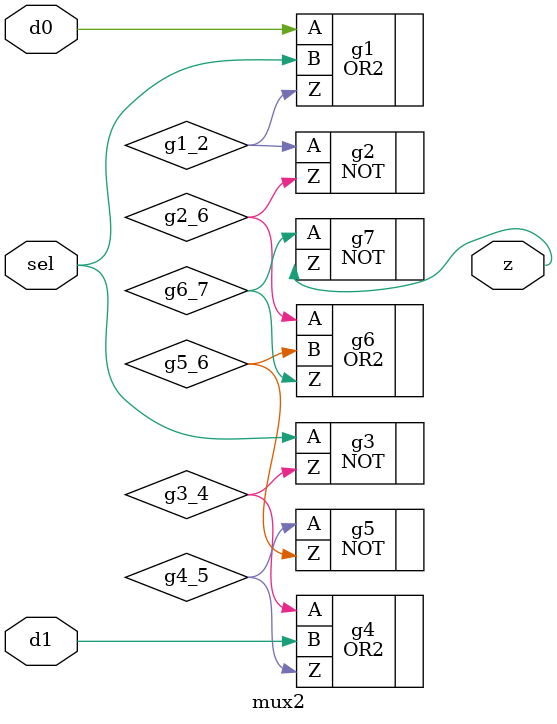
<source format=sv>
module mux2 (
    input logic d0,          // Data input 0
    input logic d1,          // Data input 1
    input logic sel,         // Select input
    output logic z           // Output
);

localparam OrTpdLh = 4;
localparam OrTpdHl = 4;
localparam NotTpdLh = 10;
localparam NotTpdHl = 8;
localparam XorTpdLh = 7;
localparam XorTpdHl = 5;

logic g1_2;
logic g2_6;
logic g6_7;
logic g3_4;
logic g4_5;
logic g5_6;

OR2 #(
    .Tpdlh(OrTpdLh),
    .Tpdhl(OrTpdHl)
) g1 (
    .A(d0),
    .B(sel),
    .Z(g1_2)
);

NOT #(
    .Tpdlh(NotTpdLh),
    .Tpdhl(NotTpdHl)
) g2 (
    .A(g1_2),
    .Z(g2_6)
);

NOT #(
    .Tpdlh(NotTpdLh),
    .Tpdhl(NotTpdHl)
) g3 (
    .A(sel),
    .Z(g3_4)
);

OR2 #(
    .Tpdlh(OrTpdLh),
    .Tpdhl(OrTpdHl)
) g4 (
    .A(g3_4),
    .B(d1),
    .Z(g4_5)
);

NOT #(
    .Tpdlh(NotTpdLh),
    .Tpdhl(NotTpdHl)
) g5 (
    .A(g4_5),
    .Z(g5_6)
);

OR2 #(
    .Tpdlh(OrTpdLh),
    .Tpdhl(OrTpdHl)
) g6 (
    .A(g2_6),
    .B(g5_6),
    .Z(g6_7)
);

NOT #(
    .Tpdlh(NotTpdLh),
    .Tpdhl(NotTpdHl)
) g7 (
    .A(g6_7),
    .Z(z)
);

endmodule

</source>
